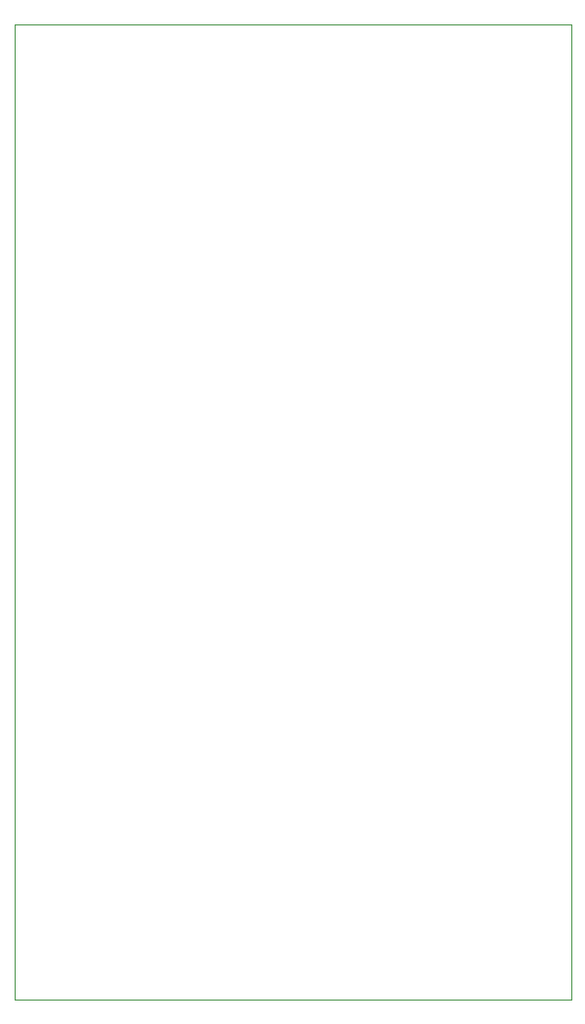
<source format=gbr>
%TF.GenerationSoftware,KiCad,Pcbnew,8.0.3*%
%TF.CreationDate,2024-09-25T15:42:15-04:00*%
%TF.ProjectId,mcu-board,6d63752d-626f-4617-9264-2e6b69636164,rev?*%
%TF.SameCoordinates,Original*%
%TF.FileFunction,Profile,NP*%
%FSLAX46Y46*%
G04 Gerber Fmt 4.6, Leading zero omitted, Abs format (unit mm)*
G04 Created by KiCad (PCBNEW 8.0.3) date 2024-09-25 15:42:15*
%MOMM*%
%LPD*%
G01*
G04 APERTURE LIST*
%TA.AperFunction,Profile*%
%ADD10C,0.050000*%
%TD*%
G04 APERTURE END LIST*
D10*
X140970000Y-27940000D02*
X189230000Y-27940000D01*
X189230000Y-112395000D01*
X140970000Y-112395000D01*
X140970000Y-27940000D01*
M02*

</source>
